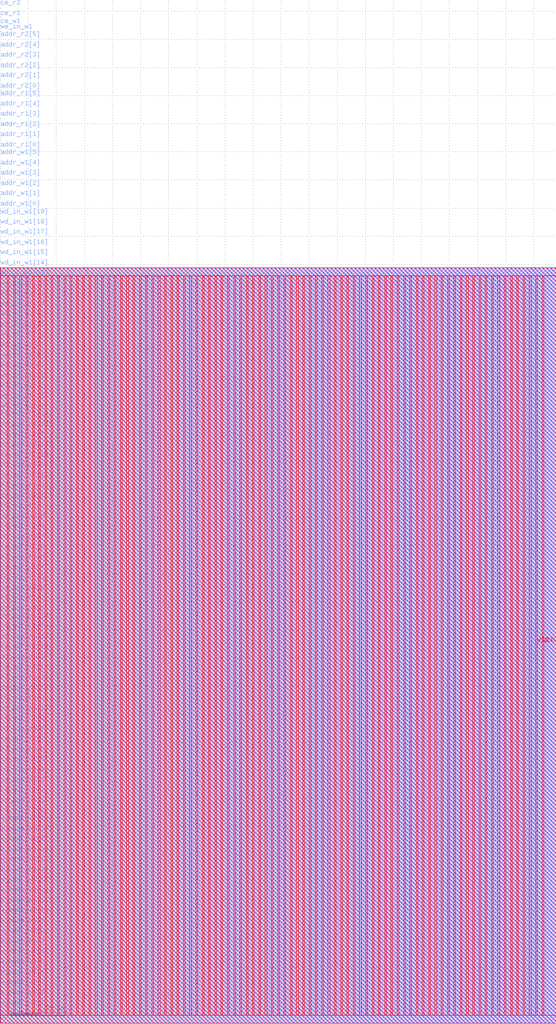
<source format=lef>
VERSION 5.7 ;
BUSBITCHARS "[]" ;
MACRO sram_20x64_2r1w
  FOREIGN sram_20x64_2r1w 0 0 ;
  SYMMETRY X Y R90 ;
  SIZE 98.990 BY 134.400 ;
  CLASS BLOCK ;
  PIN w_mask_w1[0]
    DIRECTION INPUT ;
    USE SIGNAL ;
    SHAPE ABUTMENT ;
    PORT
      LAYER metal3 ;
      RECT 0.000 0.945 0.070 1.015 ;
    END
  END w_mask_w1[0]
  PIN w_mask_w1[1]
    DIRECTION INPUT ;
    USE SIGNAL ;
    SHAPE ABUTMENT ;
    PORT
      LAYER metal3 ;
      RECT 0.000 2.765 0.070 2.835 ;
    END
  END w_mask_w1[1]
  PIN w_mask_w1[2]
    DIRECTION INPUT ;
    USE SIGNAL ;
    SHAPE ABUTMENT ;
    PORT
      LAYER metal3 ;
      RECT 0.000 4.585 0.070 4.655 ;
    END
  END w_mask_w1[2]
  PIN w_mask_w1[3]
    DIRECTION INPUT ;
    USE SIGNAL ;
    SHAPE ABUTMENT ;
    PORT
      LAYER metal3 ;
      RECT 0.000 6.405 0.070 6.475 ;
    END
  END w_mask_w1[3]
  PIN w_mask_w1[4]
    DIRECTION INPUT ;
    USE SIGNAL ;
    SHAPE ABUTMENT ;
    PORT
      LAYER metal3 ;
      RECT 0.000 8.225 0.070 8.295 ;
    END
  END w_mask_w1[4]
  PIN w_mask_w1[5]
    DIRECTION INPUT ;
    USE SIGNAL ;
    SHAPE ABUTMENT ;
    PORT
      LAYER metal3 ;
      RECT 0.000 10.045 0.070 10.115 ;
    END
  END w_mask_w1[5]
  PIN w_mask_w1[6]
    DIRECTION INPUT ;
    USE SIGNAL ;
    SHAPE ABUTMENT ;
    PORT
      LAYER metal3 ;
      RECT 0.000 11.865 0.070 11.935 ;
    END
  END w_mask_w1[6]
  PIN w_mask_w1[7]
    DIRECTION INPUT ;
    USE SIGNAL ;
    SHAPE ABUTMENT ;
    PORT
      LAYER metal3 ;
      RECT 0.000 13.685 0.070 13.755 ;
    END
  END w_mask_w1[7]
  PIN w_mask_w1[8]
    DIRECTION INPUT ;
    USE SIGNAL ;
    SHAPE ABUTMENT ;
    PORT
      LAYER metal3 ;
      RECT 0.000 15.505 0.070 15.575 ;
    END
  END w_mask_w1[8]
  PIN w_mask_w1[9]
    DIRECTION INPUT ;
    USE SIGNAL ;
    SHAPE ABUTMENT ;
    PORT
      LAYER metal3 ;
      RECT 0.000 17.325 0.070 17.395 ;
    END
  END w_mask_w1[9]
  PIN w_mask_w1[10]
    DIRECTION INPUT ;
    USE SIGNAL ;
    SHAPE ABUTMENT ;
    PORT
      LAYER metal3 ;
      RECT 0.000 19.145 0.070 19.215 ;
    END
  END w_mask_w1[10]
  PIN w_mask_w1[11]
    DIRECTION INPUT ;
    USE SIGNAL ;
    SHAPE ABUTMENT ;
    PORT
      LAYER metal3 ;
      RECT 0.000 20.965 0.070 21.035 ;
    END
  END w_mask_w1[11]
  PIN w_mask_w1[12]
    DIRECTION INPUT ;
    USE SIGNAL ;
    SHAPE ABUTMENT ;
    PORT
      LAYER metal3 ;
      RECT 0.000 22.785 0.070 22.855 ;
    END
  END w_mask_w1[12]
  PIN w_mask_w1[13]
    DIRECTION INPUT ;
    USE SIGNAL ;
    SHAPE ABUTMENT ;
    PORT
      LAYER metal3 ;
      RECT 0.000 24.605 0.070 24.675 ;
    END
  END w_mask_w1[13]
  PIN w_mask_w1[14]
    DIRECTION INPUT ;
    USE SIGNAL ;
    SHAPE ABUTMENT ;
    PORT
      LAYER metal3 ;
      RECT 0.000 26.425 0.070 26.495 ;
    END
  END w_mask_w1[14]
  PIN w_mask_w1[15]
    DIRECTION INPUT ;
    USE SIGNAL ;
    SHAPE ABUTMENT ;
    PORT
      LAYER metal3 ;
      RECT 0.000 28.245 0.070 28.315 ;
    END
  END w_mask_w1[15]
  PIN w_mask_w1[16]
    DIRECTION INPUT ;
    USE SIGNAL ;
    SHAPE ABUTMENT ;
    PORT
      LAYER metal3 ;
      RECT 0.000 30.065 0.070 30.135 ;
    END
  END w_mask_w1[16]
  PIN w_mask_w1[17]
    DIRECTION INPUT ;
    USE SIGNAL ;
    SHAPE ABUTMENT ;
    PORT
      LAYER metal3 ;
      RECT 0.000 31.885 0.070 31.955 ;
    END
  END w_mask_w1[17]
  PIN w_mask_w1[18]
    DIRECTION INPUT ;
    USE SIGNAL ;
    SHAPE ABUTMENT ;
    PORT
      LAYER metal3 ;
      RECT 0.000 33.705 0.070 33.775 ;
    END
  END w_mask_w1[18]
  PIN w_mask_w1[19]
    DIRECTION INPUT ;
    USE SIGNAL ;
    SHAPE ABUTMENT ;
    PORT
      LAYER metal3 ;
      RECT 0.000 35.525 0.070 35.595 ;
    END
  END w_mask_w1[19]
  PIN rd_out_r1[0]
    DIRECTION OUTPUT ;
    USE SIGNAL ;
    SHAPE ABUTMENT ;
    PORT
      LAYER metal3 ;
      RECT 0.000 36.925 0.070 36.995 ;
    END
  END rd_out_r1[0]
  PIN rd_out_r1[1]
    DIRECTION OUTPUT ;
    USE SIGNAL ;
    SHAPE ABUTMENT ;
    PORT
      LAYER metal3 ;
      RECT 0.000 38.745 0.070 38.815 ;
    END
  END rd_out_r1[1]
  PIN rd_out_r1[2]
    DIRECTION OUTPUT ;
    USE SIGNAL ;
    SHAPE ABUTMENT ;
    PORT
      LAYER metal3 ;
      RECT 0.000 40.565 0.070 40.635 ;
    END
  END rd_out_r1[2]
  PIN rd_out_r1[3]
    DIRECTION OUTPUT ;
    USE SIGNAL ;
    SHAPE ABUTMENT ;
    PORT
      LAYER metal3 ;
      RECT 0.000 42.385 0.070 42.455 ;
    END
  END rd_out_r1[3]
  PIN rd_out_r1[4]
    DIRECTION OUTPUT ;
    USE SIGNAL ;
    SHAPE ABUTMENT ;
    PORT
      LAYER metal3 ;
      RECT 0.000 44.205 0.070 44.275 ;
    END
  END rd_out_r1[4]
  PIN rd_out_r1[5]
    DIRECTION OUTPUT ;
    USE SIGNAL ;
    SHAPE ABUTMENT ;
    PORT
      LAYER metal3 ;
      RECT 0.000 46.025 0.070 46.095 ;
    END
  END rd_out_r1[5]
  PIN rd_out_r1[6]
    DIRECTION OUTPUT ;
    USE SIGNAL ;
    SHAPE ABUTMENT ;
    PORT
      LAYER metal3 ;
      RECT 0.000 47.845 0.070 47.915 ;
    END
  END rd_out_r1[6]
  PIN rd_out_r1[7]
    DIRECTION OUTPUT ;
    USE SIGNAL ;
    SHAPE ABUTMENT ;
    PORT
      LAYER metal3 ;
      RECT 0.000 49.665 0.070 49.735 ;
    END
  END rd_out_r1[7]
  PIN rd_out_r1[8]
    DIRECTION OUTPUT ;
    USE SIGNAL ;
    SHAPE ABUTMENT ;
    PORT
      LAYER metal3 ;
      RECT 0.000 51.485 0.070 51.555 ;
    END
  END rd_out_r1[8]
  PIN rd_out_r1[9]
    DIRECTION OUTPUT ;
    USE SIGNAL ;
    SHAPE ABUTMENT ;
    PORT
      LAYER metal3 ;
      RECT 0.000 53.305 0.070 53.375 ;
    END
  END rd_out_r1[9]
  PIN rd_out_r1[10]
    DIRECTION OUTPUT ;
    USE SIGNAL ;
    SHAPE ABUTMENT ;
    PORT
      LAYER metal3 ;
      RECT 0.000 55.125 0.070 55.195 ;
    END
  END rd_out_r1[10]
  PIN rd_out_r1[11]
    DIRECTION OUTPUT ;
    USE SIGNAL ;
    SHAPE ABUTMENT ;
    PORT
      LAYER metal3 ;
      RECT 0.000 56.945 0.070 57.015 ;
    END
  END rd_out_r1[11]
  PIN rd_out_r1[12]
    DIRECTION OUTPUT ;
    USE SIGNAL ;
    SHAPE ABUTMENT ;
    PORT
      LAYER metal3 ;
      RECT 0.000 58.765 0.070 58.835 ;
    END
  END rd_out_r1[12]
  PIN rd_out_r1[13]
    DIRECTION OUTPUT ;
    USE SIGNAL ;
    SHAPE ABUTMENT ;
    PORT
      LAYER metal3 ;
      RECT 0.000 60.585 0.070 60.655 ;
    END
  END rd_out_r1[13]
  PIN rd_out_r1[14]
    DIRECTION OUTPUT ;
    USE SIGNAL ;
    SHAPE ABUTMENT ;
    PORT
      LAYER metal3 ;
      RECT 0.000 62.405 0.070 62.475 ;
    END
  END rd_out_r1[14]
  PIN rd_out_r1[15]
    DIRECTION OUTPUT ;
    USE SIGNAL ;
    SHAPE ABUTMENT ;
    PORT
      LAYER metal3 ;
      RECT 0.000 64.225 0.070 64.295 ;
    END
  END rd_out_r1[15]
  PIN rd_out_r1[16]
    DIRECTION OUTPUT ;
    USE SIGNAL ;
    SHAPE ABUTMENT ;
    PORT
      LAYER metal3 ;
      RECT 0.000 66.045 0.070 66.115 ;
    END
  END rd_out_r1[16]
  PIN rd_out_r1[17]
    DIRECTION OUTPUT ;
    USE SIGNAL ;
    SHAPE ABUTMENT ;
    PORT
      LAYER metal3 ;
      RECT 0.000 67.865 0.070 67.935 ;
    END
  END rd_out_r1[17]
  PIN rd_out_r1[18]
    DIRECTION OUTPUT ;
    USE SIGNAL ;
    SHAPE ABUTMENT ;
    PORT
      LAYER metal3 ;
      RECT 0.000 69.685 0.070 69.755 ;
    END
  END rd_out_r1[18]
  PIN rd_out_r1[19]
    DIRECTION OUTPUT ;
    USE SIGNAL ;
    SHAPE ABUTMENT ;
    PORT
      LAYER metal3 ;
      RECT 0.000 71.505 0.070 71.575 ;
    END
  END rd_out_r1[19]
  PIN rd_out_r2[0]
    DIRECTION OUTPUT ;
    USE SIGNAL ;
    SHAPE ABUTMENT ;
    PORT
      LAYER metal3 ;
      RECT 0.000 72.905 0.070 72.975 ;
    END
  END rd_out_r2[0]
  PIN rd_out_r2[1]
    DIRECTION OUTPUT ;
    USE SIGNAL ;
    SHAPE ABUTMENT ;
    PORT
      LAYER metal3 ;
      RECT 0.000 74.725 0.070 74.795 ;
    END
  END rd_out_r2[1]
  PIN rd_out_r2[2]
    DIRECTION OUTPUT ;
    USE SIGNAL ;
    SHAPE ABUTMENT ;
    PORT
      LAYER metal3 ;
      RECT 0.000 76.545 0.070 76.615 ;
    END
  END rd_out_r2[2]
  PIN rd_out_r2[3]
    DIRECTION OUTPUT ;
    USE SIGNAL ;
    SHAPE ABUTMENT ;
    PORT
      LAYER metal3 ;
      RECT 0.000 78.365 0.070 78.435 ;
    END
  END rd_out_r2[3]
  PIN rd_out_r2[4]
    DIRECTION OUTPUT ;
    USE SIGNAL ;
    SHAPE ABUTMENT ;
    PORT
      LAYER metal3 ;
      RECT 0.000 80.185 0.070 80.255 ;
    END
  END rd_out_r2[4]
  PIN rd_out_r2[5]
    DIRECTION OUTPUT ;
    USE SIGNAL ;
    SHAPE ABUTMENT ;
    PORT
      LAYER metal3 ;
      RECT 0.000 82.005 0.070 82.075 ;
    END
  END rd_out_r2[5]
  PIN rd_out_r2[6]
    DIRECTION OUTPUT ;
    USE SIGNAL ;
    SHAPE ABUTMENT ;
    PORT
      LAYER metal3 ;
      RECT 0.000 83.825 0.070 83.895 ;
    END
  END rd_out_r2[6]
  PIN rd_out_r2[7]
    DIRECTION OUTPUT ;
    USE SIGNAL ;
    SHAPE ABUTMENT ;
    PORT
      LAYER metal3 ;
      RECT 0.000 85.645 0.070 85.715 ;
    END
  END rd_out_r2[7]
  PIN rd_out_r2[8]
    DIRECTION OUTPUT ;
    USE SIGNAL ;
    SHAPE ABUTMENT ;
    PORT
      LAYER metal3 ;
      RECT 0.000 87.465 0.070 87.535 ;
    END
  END rd_out_r2[8]
  PIN rd_out_r2[9]
    DIRECTION OUTPUT ;
    USE SIGNAL ;
    SHAPE ABUTMENT ;
    PORT
      LAYER metal3 ;
      RECT 0.000 89.285 0.070 89.355 ;
    END
  END rd_out_r2[9]
  PIN rd_out_r2[10]
    DIRECTION OUTPUT ;
    USE SIGNAL ;
    SHAPE ABUTMENT ;
    PORT
      LAYER metal3 ;
      RECT 0.000 91.105 0.070 91.175 ;
    END
  END rd_out_r2[10]
  PIN rd_out_r2[11]
    DIRECTION OUTPUT ;
    USE SIGNAL ;
    SHAPE ABUTMENT ;
    PORT
      LAYER metal3 ;
      RECT 0.000 92.925 0.070 92.995 ;
    END
  END rd_out_r2[11]
  PIN rd_out_r2[12]
    DIRECTION OUTPUT ;
    USE SIGNAL ;
    SHAPE ABUTMENT ;
    PORT
      LAYER metal3 ;
      RECT 0.000 94.745 0.070 94.815 ;
    END
  END rd_out_r2[12]
  PIN rd_out_r2[13]
    DIRECTION OUTPUT ;
    USE SIGNAL ;
    SHAPE ABUTMENT ;
    PORT
      LAYER metal3 ;
      RECT 0.000 96.565 0.070 96.635 ;
    END
  END rd_out_r2[13]
  PIN rd_out_r2[14]
    DIRECTION OUTPUT ;
    USE SIGNAL ;
    SHAPE ABUTMENT ;
    PORT
      LAYER metal3 ;
      RECT 0.000 98.385 0.070 98.455 ;
    END
  END rd_out_r2[14]
  PIN rd_out_r2[15]
    DIRECTION OUTPUT ;
    USE SIGNAL ;
    SHAPE ABUTMENT ;
    PORT
      LAYER metal3 ;
      RECT 0.000 100.205 0.070 100.275 ;
    END
  END rd_out_r2[15]
  PIN rd_out_r2[16]
    DIRECTION OUTPUT ;
    USE SIGNAL ;
    SHAPE ABUTMENT ;
    PORT
      LAYER metal3 ;
      RECT 0.000 102.025 0.070 102.095 ;
    END
  END rd_out_r2[16]
  PIN rd_out_r2[17]
    DIRECTION OUTPUT ;
    USE SIGNAL ;
    SHAPE ABUTMENT ;
    PORT
      LAYER metal3 ;
      RECT 0.000 103.845 0.070 103.915 ;
    END
  END rd_out_r2[17]
  PIN rd_out_r2[18]
    DIRECTION OUTPUT ;
    USE SIGNAL ;
    SHAPE ABUTMENT ;
    PORT
      LAYER metal3 ;
      RECT 0.000 105.665 0.070 105.735 ;
    END
  END rd_out_r2[18]
  PIN rd_out_r2[19]
    DIRECTION OUTPUT ;
    USE SIGNAL ;
    SHAPE ABUTMENT ;
    PORT
      LAYER metal3 ;
      RECT 0.000 107.485 0.070 107.555 ;
    END
  END rd_out_r2[19]
  PIN wd_in_w1[0]
    DIRECTION INPUT ;
    USE SIGNAL ;
    SHAPE ABUTMENT ;
    PORT
      LAYER metal3 ;
      RECT 0.000 108.885 0.070 108.955 ;
    END
  END wd_in_w1[0]
  PIN wd_in_w1[1]
    DIRECTION INPUT ;
    USE SIGNAL ;
    SHAPE ABUTMENT ;
    PORT
      LAYER metal3 ;
      RECT 0.000 110.705 0.070 110.775 ;
    END
  END wd_in_w1[1]
  PIN wd_in_w1[2]
    DIRECTION INPUT ;
    USE SIGNAL ;
    SHAPE ABUTMENT ;
    PORT
      LAYER metal3 ;
      RECT 0.000 112.525 0.070 112.595 ;
    END
  END wd_in_w1[2]
  PIN wd_in_w1[3]
    DIRECTION INPUT ;
    USE SIGNAL ;
    SHAPE ABUTMENT ;
    PORT
      LAYER metal3 ;
      RECT 0.000 114.345 0.070 114.415 ;
    END
  END wd_in_w1[3]
  PIN wd_in_w1[4]
    DIRECTION INPUT ;
    USE SIGNAL ;
    SHAPE ABUTMENT ;
    PORT
      LAYER metal3 ;
      RECT 0.000 116.165 0.070 116.235 ;
    END
  END wd_in_w1[4]
  PIN wd_in_w1[5]
    DIRECTION INPUT ;
    USE SIGNAL ;
    SHAPE ABUTMENT ;
    PORT
      LAYER metal3 ;
      RECT 0.000 117.985 0.070 118.055 ;
    END
  END wd_in_w1[5]
  PIN wd_in_w1[6]
    DIRECTION INPUT ;
    USE SIGNAL ;
    SHAPE ABUTMENT ;
    PORT
      LAYER metal3 ;
      RECT 0.000 119.805 0.070 119.875 ;
    END
  END wd_in_w1[6]
  PIN wd_in_w1[7]
    DIRECTION INPUT ;
    USE SIGNAL ;
    SHAPE ABUTMENT ;
    PORT
      LAYER metal3 ;
      RECT 0.000 121.625 0.070 121.695 ;
    END
  END wd_in_w1[7]
  PIN wd_in_w1[8]
    DIRECTION INPUT ;
    USE SIGNAL ;
    SHAPE ABUTMENT ;
    PORT
      LAYER metal3 ;
      RECT 0.000 123.445 0.070 123.515 ;
    END
  END wd_in_w1[8]
  PIN wd_in_w1[9]
    DIRECTION INPUT ;
    USE SIGNAL ;
    SHAPE ABUTMENT ;
    PORT
      LAYER metal3 ;
      RECT 0.000 125.265 0.070 125.335 ;
    END
  END wd_in_w1[9]
  PIN wd_in_w1[10]
    DIRECTION INPUT ;
    USE SIGNAL ;
    SHAPE ABUTMENT ;
    PORT
      LAYER metal3 ;
      RECT 0.000 127.085 0.070 127.155 ;
    END
  END wd_in_w1[10]
  PIN wd_in_w1[11]
    DIRECTION INPUT ;
    USE SIGNAL ;
    SHAPE ABUTMENT ;
    PORT
      LAYER metal3 ;
      RECT 0.000 128.905 0.070 128.975 ;
    END
  END wd_in_w1[11]
  PIN wd_in_w1[12]
    DIRECTION INPUT ;
    USE SIGNAL ;
    SHAPE ABUTMENT ;
    PORT
      LAYER metal3 ;
      RECT 0.000 130.725 0.070 130.795 ;
    END
  END wd_in_w1[12]
  PIN wd_in_w1[13]
    DIRECTION INPUT ;
    USE SIGNAL ;
    SHAPE ABUTMENT ;
    PORT
      LAYER metal3 ;
      RECT 0.000 132.545 0.070 132.615 ;
    END
  END wd_in_w1[13]
  PIN wd_in_w1[14]
    DIRECTION INPUT ;
    USE SIGNAL ;
    SHAPE ABUTMENT ;
    PORT
      LAYER metal3 ;
      RECT 0.000 134.365 0.070 134.435 ;
    END
  END wd_in_w1[14]
  PIN wd_in_w1[15]
    DIRECTION INPUT ;
    USE SIGNAL ;
    SHAPE ABUTMENT ;
    PORT
      LAYER metal3 ;
      RECT 0.000 136.185 0.070 136.255 ;
    END
  END wd_in_w1[15]
  PIN wd_in_w1[16]
    DIRECTION INPUT ;
    USE SIGNAL ;
    SHAPE ABUTMENT ;
    PORT
      LAYER metal3 ;
      RECT 0.000 138.005 0.070 138.075 ;
    END
  END wd_in_w1[16]
  PIN wd_in_w1[17]
    DIRECTION INPUT ;
    USE SIGNAL ;
    SHAPE ABUTMENT ;
    PORT
      LAYER metal3 ;
      RECT 0.000 139.825 0.070 139.895 ;
    END
  END wd_in_w1[17]
  PIN wd_in_w1[18]
    DIRECTION INPUT ;
    USE SIGNAL ;
    SHAPE ABUTMENT ;
    PORT
      LAYER metal3 ;
      RECT 0.000 141.645 0.070 141.715 ;
    END
  END wd_in_w1[18]
  PIN wd_in_w1[19]
    DIRECTION INPUT ;
    USE SIGNAL ;
    SHAPE ABUTMENT ;
    PORT
      LAYER metal3 ;
      RECT 0.000 143.465 0.070 143.535 ;
    END
  END wd_in_w1[19]
  PIN addr_w1[0]
    DIRECTION INPUT ;
    USE SIGNAL ;
    SHAPE ABUTMENT ;
    PORT
      LAYER metal3 ;
      RECT 0.000 144.865 0.070 144.935 ;
    END
  END addr_w1[0]
  PIN addr_w1[1]
    DIRECTION INPUT ;
    USE SIGNAL ;
    SHAPE ABUTMENT ;
    PORT
      LAYER metal3 ;
      RECT 0.000 146.685 0.070 146.755 ;
    END
  END addr_w1[1]
  PIN addr_w1[2]
    DIRECTION INPUT ;
    USE SIGNAL ;
    SHAPE ABUTMENT ;
    PORT
      LAYER metal3 ;
      RECT 0.000 148.505 0.070 148.575 ;
    END
  END addr_w1[2]
  PIN addr_w1[3]
    DIRECTION INPUT ;
    USE SIGNAL ;
    SHAPE ABUTMENT ;
    PORT
      LAYER metal3 ;
      RECT 0.000 150.325 0.070 150.395 ;
    END
  END addr_w1[3]
  PIN addr_w1[4]
    DIRECTION INPUT ;
    USE SIGNAL ;
    SHAPE ABUTMENT ;
    PORT
      LAYER metal3 ;
      RECT 0.000 152.145 0.070 152.215 ;
    END
  END addr_w1[4]
  PIN addr_w1[5]
    DIRECTION INPUT ;
    USE SIGNAL ;
    SHAPE ABUTMENT ;
    PORT
      LAYER metal3 ;
      RECT 0.000 153.965 0.070 154.035 ;
    END
  END addr_w1[5]
  PIN addr_r1[0]
    DIRECTION INPUT ;
    USE SIGNAL ;
    SHAPE ABUTMENT ;
    PORT
      LAYER metal3 ;
      RECT 0.000 155.365 0.070 155.435 ;
    END
  END addr_r1[0]
  PIN addr_r1[1]
    DIRECTION INPUT ;
    USE SIGNAL ;
    SHAPE ABUTMENT ;
    PORT
      LAYER metal3 ;
      RECT 0.000 157.185 0.070 157.255 ;
    END
  END addr_r1[1]
  PIN addr_r1[2]
    DIRECTION INPUT ;
    USE SIGNAL ;
    SHAPE ABUTMENT ;
    PORT
      LAYER metal3 ;
      RECT 0.000 159.005 0.070 159.075 ;
    END
  END addr_r1[2]
  PIN addr_r1[3]
    DIRECTION INPUT ;
    USE SIGNAL ;
    SHAPE ABUTMENT ;
    PORT
      LAYER metal3 ;
      RECT 0.000 160.825 0.070 160.895 ;
    END
  END addr_r1[3]
  PIN addr_r1[4]
    DIRECTION INPUT ;
    USE SIGNAL ;
    SHAPE ABUTMENT ;
    PORT
      LAYER metal3 ;
      RECT 0.000 162.645 0.070 162.715 ;
    END
  END addr_r1[4]
  PIN addr_r1[5]
    DIRECTION INPUT ;
    USE SIGNAL ;
    SHAPE ABUTMENT ;
    PORT
      LAYER metal3 ;
      RECT 0.000 164.465 0.070 164.535 ;
    END
  END addr_r1[5]
  PIN addr_r2[0]
    DIRECTION INPUT ;
    USE SIGNAL ;
    SHAPE ABUTMENT ;
    PORT
      LAYER metal3 ;
      RECT 0.000 165.865 0.070 165.935 ;
    END
  END addr_r2[0]
  PIN addr_r2[1]
    DIRECTION INPUT ;
    USE SIGNAL ;
    SHAPE ABUTMENT ;
    PORT
      LAYER metal3 ;
      RECT 0.000 167.685 0.070 167.755 ;
    END
  END addr_r2[1]
  PIN addr_r2[2]
    DIRECTION INPUT ;
    USE SIGNAL ;
    SHAPE ABUTMENT ;
    PORT
      LAYER metal3 ;
      RECT 0.000 169.505 0.070 169.575 ;
    END
  END addr_r2[2]
  PIN addr_r2[3]
    DIRECTION INPUT ;
    USE SIGNAL ;
    SHAPE ABUTMENT ;
    PORT
      LAYER metal3 ;
      RECT 0.000 171.325 0.070 171.395 ;
    END
  END addr_r2[3]
  PIN addr_r2[4]
    DIRECTION INPUT ;
    USE SIGNAL ;
    SHAPE ABUTMENT ;
    PORT
      LAYER metal3 ;
      RECT 0.000 173.145 0.070 173.215 ;
    END
  END addr_r2[4]
  PIN addr_r2[5]
    DIRECTION INPUT ;
    USE SIGNAL ;
    SHAPE ABUTMENT ;
    PORT
      LAYER metal3 ;
      RECT 0.000 174.965 0.070 175.035 ;
    END
  END addr_r2[5]
  PIN we_in_w1
    DIRECTION INPUT ;
    USE SIGNAL ;
    SHAPE ABUTMENT ;
    PORT
      LAYER metal3 ;
      RECT 0.000 176.365 0.070 176.435 ;
    END
  END we_in_w1
  PIN ce_w1
    DIRECTION INPUT ;
    USE SIGNAL ;
    SHAPE ABUTMENT ;
    PORT
      LAYER metal3 ;
      RECT 0.000 177.345 0.070 177.415 ;
    END
  END ce_w1
  PIN ce_r1
    DIRECTION INPUT ;
    USE SIGNAL ;
    SHAPE ABUTMENT ;
    PORT
      LAYER metal3 ;
      RECT 0.000 178.745 0.070 178.815 ;
    END
  END ce_r1
  PIN ce_r2
    DIRECTION INPUT ;
    USE SIGNAL ;
    SHAPE ABUTMENT ;
    PORT
      LAYER metal3 ;
      RECT 0.000 180.565 0.070 180.635 ;
    END
  END ce_r2
  PIN clk
    DIRECTION INPUT ;
    USE SIGNAL ;
    SHAPE ABUTMENT ;
    PORT
      LAYER metal3 ;
      RECT 0.000 181.965 0.070 182.035 ;
    END
  END clk
  PIN VSS
    DIRECTION INOUT ;
    USE GROUND ;
    PORT
      LAYER metal4 ;
      RECT 1.260 1.400 1.540 133.000 ;
      RECT 3.500 1.400 3.780 133.000 ;
      RECT 5.740 1.400 6.020 133.000 ;
      RECT 7.980 1.400 8.260 133.000 ;
      RECT 10.220 1.400 10.500 133.000 ;
      RECT 12.460 1.400 12.740 133.000 ;
      RECT 14.700 1.400 14.980 133.000 ;
      RECT 16.940 1.400 17.220 133.000 ;
      RECT 19.180 1.400 19.460 133.000 ;
      RECT 21.420 1.400 21.700 133.000 ;
      RECT 23.660 1.400 23.940 133.000 ;
      RECT 25.900 1.400 26.180 133.000 ;
      RECT 28.140 1.400 28.420 133.000 ;
      RECT 30.380 1.400 30.660 133.000 ;
      RECT 32.620 1.400 32.900 133.000 ;
      RECT 34.860 1.400 35.140 133.000 ;
      RECT 37.100 1.400 37.380 133.000 ;
      RECT 39.340 1.400 39.620 133.000 ;
      RECT 41.580 1.400 41.860 133.000 ;
      RECT 43.820 1.400 44.100 133.000 ;
      RECT 46.060 1.400 46.340 133.000 ;
      RECT 48.300 1.400 48.580 133.000 ;
      RECT 50.540 1.400 50.820 133.000 ;
      RECT 52.780 1.400 53.060 133.000 ;
      RECT 55.020 1.400 55.300 133.000 ;
      RECT 57.260 1.400 57.540 133.000 ;
      RECT 59.500 1.400 59.780 133.000 ;
      RECT 61.740 1.400 62.020 133.000 ;
      RECT 63.980 1.400 64.260 133.000 ;
      RECT 66.220 1.400 66.500 133.000 ;
      RECT 68.460 1.400 68.740 133.000 ;
      RECT 70.700 1.400 70.980 133.000 ;
      RECT 72.940 1.400 73.220 133.000 ;
      RECT 75.180 1.400 75.460 133.000 ;
      RECT 77.420 1.400 77.700 133.000 ;
      RECT 79.660 1.400 79.940 133.000 ;
      RECT 81.900 1.400 82.180 133.000 ;
      RECT 84.140 1.400 84.420 133.000 ;
      RECT 86.380 1.400 86.660 133.000 ;
      RECT 88.620 1.400 88.900 133.000 ;
      RECT 90.860 1.400 91.140 133.000 ;
      RECT 93.100 1.400 93.380 133.000 ;
      RECT 95.340 1.400 95.620 133.000 ;
    END
  END VSS
  PIN VDD
    DIRECTION INOUT ;
    USE POWER ;
    PORT
      LAYER metal4 ;
      RECT 2.380 1.400 2.660 133.000 ;
      RECT 4.620 1.400 4.900 133.000 ;
      RECT 6.860 1.400 7.140 133.000 ;
      RECT 9.100 1.400 9.380 133.000 ;
      RECT 11.340 1.400 11.620 133.000 ;
      RECT 13.580 1.400 13.860 133.000 ;
      RECT 15.820 1.400 16.100 133.000 ;
      RECT 18.060 1.400 18.340 133.000 ;
      RECT 20.300 1.400 20.580 133.000 ;
      RECT 22.540 1.400 22.820 133.000 ;
      RECT 24.780 1.400 25.060 133.000 ;
      RECT 27.020 1.400 27.300 133.000 ;
      RECT 29.260 1.400 29.540 133.000 ;
      RECT 31.500 1.400 31.780 133.000 ;
      RECT 33.740 1.400 34.020 133.000 ;
      RECT 35.980 1.400 36.260 133.000 ;
      RECT 38.220 1.400 38.500 133.000 ;
      RECT 40.460 1.400 40.740 133.000 ;
      RECT 42.700 1.400 42.980 133.000 ;
      RECT 44.940 1.400 45.220 133.000 ;
      RECT 47.180 1.400 47.460 133.000 ;
      RECT 49.420 1.400 49.700 133.000 ;
      RECT 51.660 1.400 51.940 133.000 ;
      RECT 53.900 1.400 54.180 133.000 ;
      RECT 56.140 1.400 56.420 133.000 ;
      RECT 58.380 1.400 58.660 133.000 ;
      RECT 60.620 1.400 60.900 133.000 ;
      RECT 62.860 1.400 63.140 133.000 ;
      RECT 65.100 1.400 65.380 133.000 ;
      RECT 67.340 1.400 67.620 133.000 ;
      RECT 69.580 1.400 69.860 133.000 ;
      RECT 71.820 1.400 72.100 133.000 ;
      RECT 74.060 1.400 74.340 133.000 ;
      RECT 76.300 1.400 76.580 133.000 ;
      RECT 78.540 1.400 78.820 133.000 ;
      RECT 80.780 1.400 81.060 133.000 ;
      RECT 83.020 1.400 83.300 133.000 ;
      RECT 85.260 1.400 85.540 133.000 ;
      RECT 87.500 1.400 87.780 133.000 ;
      RECT 89.740 1.400 90.020 133.000 ;
      RECT 91.980 1.400 92.260 133.000 ;
      RECT 94.220 1.400 94.500 133.000 ;
      RECT 96.460 1.400 96.740 133.000 ;
    END
  END VDD
  OBS
    LAYER metal1 ;
    RECT 0 0 98.990 134.400 ;
    LAYER metal2 ;
    RECT 0 0 98.990 134.400 ;
    LAYER metal3 ;
    RECT 0.070 0 98.990 134.400 ;
    RECT 0 0.000 0.070 1.365 ;
    RECT 0 1.435 0.070 3.185 ;
    RECT 0 3.255 0.070 5.005 ;
    RECT 0 5.075 0.070 6.825 ;
    RECT 0 6.895 0.070 8.645 ;
    RECT 0 8.715 0.070 10.465 ;
    RECT 0 10.535 0.070 12.285 ;
    RECT 0 12.355 0.070 14.105 ;
    RECT 0 14.175 0.070 15.925 ;
    RECT 0 15.995 0.070 17.745 ;
    RECT 0 17.815 0.070 19.565 ;
    RECT 0 19.635 0.070 21.385 ;
    RECT 0 21.455 0.070 23.205 ;
    RECT 0 23.275 0.070 25.025 ;
    RECT 0 25.095 0.070 26.845 ;
    RECT 0 26.915 0.070 28.665 ;
    RECT 0 28.735 0.070 30.485 ;
    RECT 0 30.555 0.070 32.305 ;
    RECT 0 32.375 0.070 34.125 ;
    RECT 0 34.195 0.070 35.945 ;
    RECT 0 36.015 0.070 37.345 ;
    RECT 0 37.415 0.070 39.165 ;
    RECT 0 39.235 0.070 40.985 ;
    RECT 0 41.055 0.070 42.805 ;
    RECT 0 42.875 0.070 44.625 ;
    RECT 0 44.695 0.070 46.445 ;
    RECT 0 46.515 0.070 48.265 ;
    RECT 0 48.335 0.070 50.085 ;
    RECT 0 50.155 0.070 51.905 ;
    RECT 0 51.975 0.070 53.725 ;
    RECT 0 53.795 0.070 55.545 ;
    RECT 0 55.615 0.070 57.365 ;
    RECT 0 57.435 0.070 59.185 ;
    RECT 0 59.255 0.070 61.005 ;
    RECT 0 61.075 0.070 62.825 ;
    RECT 0 62.895 0.070 64.645 ;
    RECT 0 64.715 0.070 66.465 ;
    RECT 0 66.535 0.070 68.285 ;
    RECT 0 68.355 0.070 70.105 ;
    RECT 0 70.175 0.070 71.925 ;
    RECT 0 71.995 0.070 73.325 ;
    RECT 0 73.395 0.070 75.145 ;
    RECT 0 75.215 0.070 76.965 ;
    RECT 0 77.035 0.070 78.785 ;
    RECT 0 78.855 0.070 80.605 ;
    RECT 0 80.675 0.070 82.425 ;
    RECT 0 82.495 0.070 84.245 ;
    RECT 0 84.315 0.070 86.065 ;
    RECT 0 86.135 0.070 87.885 ;
    RECT 0 87.955 0.070 89.705 ;
    RECT 0 89.775 0.070 91.525 ;
    RECT 0 91.595 0.070 93.345 ;
    RECT 0 93.415 0.070 95.165 ;
    RECT 0 95.235 0.070 96.985 ;
    RECT 0 97.055 0.070 98.805 ;
    RECT 0 98.875 0.070 100.625 ;
    RECT 0 100.695 0.070 102.445 ;
    RECT 0 102.515 0.070 104.265 ;
    RECT 0 104.335 0.070 106.085 ;
    RECT 0 106.155 0.070 107.905 ;
    RECT 0 107.975 0.070 109.305 ;
    RECT 0 109.375 0.070 111.125 ;
    RECT 0 111.195 0.070 112.945 ;
    RECT 0 113.015 0.070 114.765 ;
    RECT 0 114.835 0.070 116.585 ;
    RECT 0 116.655 0.070 118.405 ;
    RECT 0 118.475 0.070 119.805 ;
    RECT 0 119.875 0.070 121.625 ;
    RECT 0 121.695 0.070 123.445 ;
    RECT 0 123.515 0.070 134.400 ;
    LAYER metal4 ;
    RECT 0 0 98.990 1.400 ;
    RECT 0 133.000 98.990 134.400 ;
    RECT 0.000 1.400 1.260 133.000 ;
    RECT 1.540 1.400 2.380 133.000 ;
    RECT 2.660 1.400 3.500 133.000 ;
    RECT 3.780 1.400 4.620 133.000 ;
    RECT 4.900 1.400 5.740 133.000 ;
    RECT 6.020 1.400 6.860 133.000 ;
    RECT 7.140 1.400 7.980 133.000 ;
    RECT 8.260 1.400 9.100 133.000 ;
    RECT 9.380 1.400 10.220 133.000 ;
    RECT 10.500 1.400 11.340 133.000 ;
    RECT 11.620 1.400 12.460 133.000 ;
    RECT 12.740 1.400 13.580 133.000 ;
    RECT 13.860 1.400 14.700 133.000 ;
    RECT 14.980 1.400 15.820 133.000 ;
    RECT 16.100 1.400 16.940 133.000 ;
    RECT 17.220 1.400 18.060 133.000 ;
    RECT 18.340 1.400 19.180 133.000 ;
    RECT 19.460 1.400 20.300 133.000 ;
    RECT 20.580 1.400 21.420 133.000 ;
    RECT 21.700 1.400 22.540 133.000 ;
    RECT 22.820 1.400 23.660 133.000 ;
    RECT 23.940 1.400 24.780 133.000 ;
    RECT 25.060 1.400 25.900 133.000 ;
    RECT 26.180 1.400 27.020 133.000 ;
    RECT 27.300 1.400 28.140 133.000 ;
    RECT 28.420 1.400 29.260 133.000 ;
    RECT 29.540 1.400 30.380 133.000 ;
    RECT 30.660 1.400 31.500 133.000 ;
    RECT 31.780 1.400 32.620 133.000 ;
    RECT 32.900 1.400 33.740 133.000 ;
    RECT 34.020 1.400 34.860 133.000 ;
    RECT 35.140 1.400 35.980 133.000 ;
    RECT 36.260 1.400 37.100 133.000 ;
    RECT 37.380 1.400 38.220 133.000 ;
    RECT 38.500 1.400 39.340 133.000 ;
    RECT 39.620 1.400 40.460 133.000 ;
    RECT 40.740 1.400 41.580 133.000 ;
    RECT 41.860 1.400 42.700 133.000 ;
    RECT 42.980 1.400 43.820 133.000 ;
    RECT 44.100 1.400 44.940 133.000 ;
    RECT 45.220 1.400 46.060 133.000 ;
    RECT 46.340 1.400 47.180 133.000 ;
    RECT 47.460 1.400 48.300 133.000 ;
    RECT 48.580 1.400 49.420 133.000 ;
    RECT 49.700 1.400 50.540 133.000 ;
    RECT 50.820 1.400 51.660 133.000 ;
    RECT 51.940 1.400 52.780 133.000 ;
    RECT 53.060 1.400 53.900 133.000 ;
    RECT 54.180 1.400 55.020 133.000 ;
    RECT 55.300 1.400 56.140 133.000 ;
    RECT 56.420 1.400 57.260 133.000 ;
    RECT 57.540 1.400 58.380 133.000 ;
    RECT 58.660 1.400 59.500 133.000 ;
    RECT 59.780 1.400 60.620 133.000 ;
    RECT 60.900 1.400 61.740 133.000 ;
    RECT 62.020 1.400 62.860 133.000 ;
    RECT 63.140 1.400 63.980 133.000 ;
    RECT 64.260 1.400 65.100 133.000 ;
    RECT 65.380 1.400 66.220 133.000 ;
    RECT 66.500 1.400 67.340 133.000 ;
    RECT 67.620 1.400 68.460 133.000 ;
    RECT 68.740 1.400 69.580 133.000 ;
    RECT 69.860 1.400 70.700 133.000 ;
    RECT 70.980 1.400 71.820 133.000 ;
    RECT 72.100 1.400 72.940 133.000 ;
    RECT 73.220 1.400 74.060 133.000 ;
    RECT 74.340 1.400 75.180 133.000 ;
    RECT 75.460 1.400 76.300 133.000 ;
    RECT 76.580 1.400 77.420 133.000 ;
    RECT 77.700 1.400 78.540 133.000 ;
    RECT 78.820 1.400 79.660 133.000 ;
    RECT 79.940 1.400 80.780 133.000 ;
    RECT 81.060 1.400 81.900 133.000 ;
    RECT 82.180 1.400 83.020 133.000 ;
    RECT 83.300 1.400 84.140 133.000 ;
    RECT 84.420 1.400 85.260 133.000 ;
    RECT 85.540 1.400 86.380 133.000 ;
    RECT 86.660 1.400 87.500 133.000 ;
    RECT 87.780 1.400 88.620 133.000 ;
    RECT 88.900 1.400 89.740 133.000 ;
    RECT 90.020 1.400 90.860 133.000 ;
    RECT 91.140 1.400 91.980 133.000 ;
    RECT 92.260 1.400 93.100 133.000 ;
    RECT 93.380 1.400 94.220 133.000 ;
    RECT 94.500 1.400 95.340 133.000 ;
    RECT 95.620 1.400 96.460 133.000 ;
    RECT 96.740 1.400 98.990 133.000 ;
    LAYER OVERLAP ;
    RECT 0 0 98.990 134.400 ;
  END
END sram_20x64_2r1w

END LIBRARY

</source>
